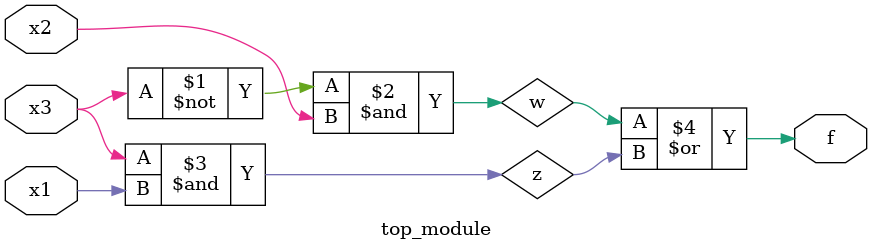
<source format=v>

module top_module( 
    input x3,
    input x2,
    input x1,  // three inputs
    output f   // one output
);
wire w,z;
assign w = ~x3 & x2;
assign z = x3 & x1;
assign f = w | z;
endmodule
</source>
